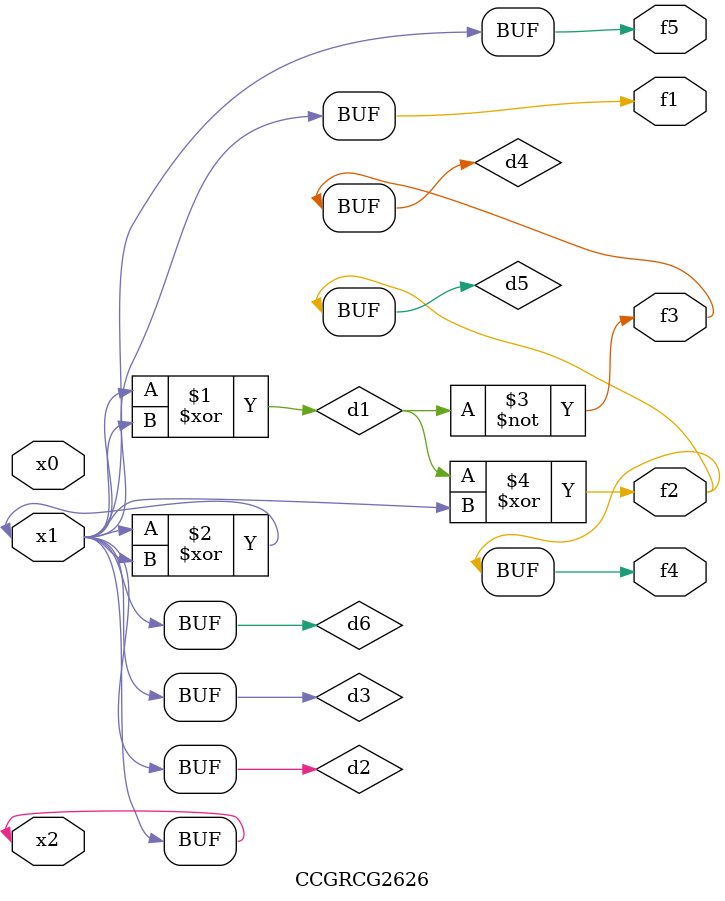
<source format=v>
module CCGRCG2626(
	input x0, x1, x2,
	output f1, f2, f3, f4, f5
);

	wire d1, d2, d3, d4, d5, d6;

	xor (d1, x1, x2);
	buf (d2, x1, x2);
	xor (d3, x1, x2);
	nor (d4, d1);
	xor (d5, d1, d2);
	buf (d6, d2, d3);
	assign f1 = d6;
	assign f2 = d5;
	assign f3 = d4;
	assign f4 = d5;
	assign f5 = d6;
endmodule

</source>
